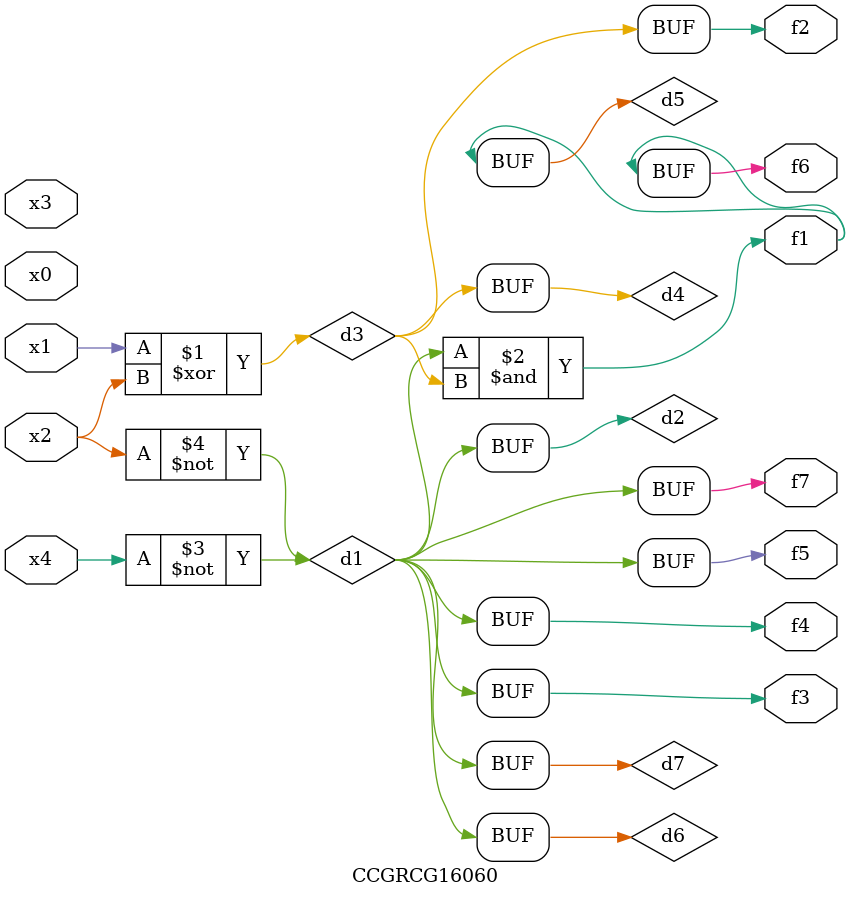
<source format=v>
module CCGRCG16060(
	input x0, x1, x2, x3, x4,
	output f1, f2, f3, f4, f5, f6, f7
);

	wire d1, d2, d3, d4, d5, d6, d7;

	not (d1, x4);
	not (d2, x2);
	xor (d3, x1, x2);
	buf (d4, d3);
	and (d5, d1, d3);
	buf (d6, d1, d2);
	buf (d7, d2);
	assign f1 = d5;
	assign f2 = d4;
	assign f3 = d7;
	assign f4 = d7;
	assign f5 = d7;
	assign f6 = d5;
	assign f7 = d7;
endmodule

</source>
